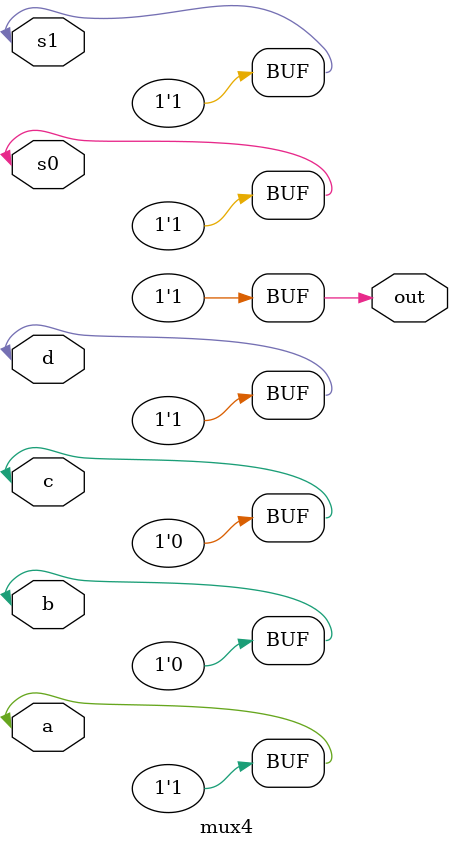
<source format=v>
module mux4(
  input a,b,c,d,
  input s1,s0,
  output out
  //output carry
       );
    assign a=1;
    assign b=0;
    assign c=0;
    assign d=1;
    assign s1=1;
    assign s0=1;
     assign out= s1? (s0?a:b):(s0?c:d);


   
    initial begin
    $monitor(" a=%b b=%b  %b %b  %b %b %b  ",$realtime,a,b,c,d,s1,s0,out);
    end
    
endmodule

</source>
